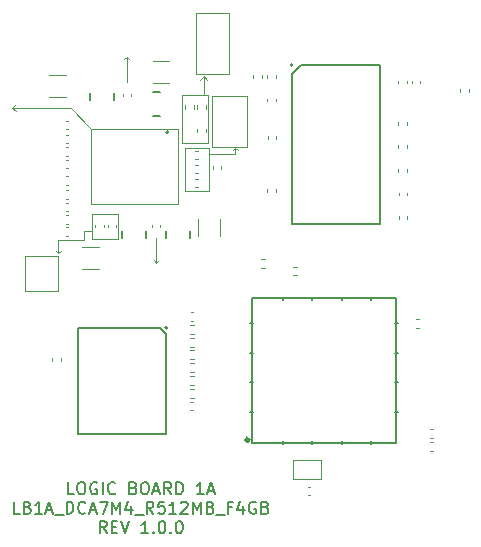
<source format=gbr>
%TF.GenerationSoftware,KiCad,Pcbnew,5.1.10-88a1d61d58~88~ubuntu20.04.1*%
%TF.CreationDate,2021-06-10T18:40:27+05:30*%
%TF.ProjectId,LB1A_DCA7M4_R512MB_F4GB,4c423141-5f44-4434-9137-4d345f523531,1.0.0*%
%TF.SameCoordinates,Original*%
%TF.FileFunction,Legend,Top*%
%TF.FilePolarity,Positive*%
%FSLAX46Y46*%
G04 Gerber Fmt 4.6, Leading zero omitted, Abs format (unit mm)*
G04 Created by KiCad (PCBNEW 5.1.10-88a1d61d58~88~ubuntu20.04.1) date 2021-06-10 18:40:27*
%MOMM*%
%LPD*%
G01*
G04 APERTURE LIST*
%ADD10C,0.127000*%
%ADD11C,0.304800*%
%ADD12C,0.120000*%
%ADD13C,0.152400*%
%ADD14C,0.200000*%
G04 APERTURE END LIST*
D10*
X126039428Y-112108619D02*
X125555619Y-112108619D01*
X125555619Y-111092619D01*
X126571619Y-111092619D02*
X126765142Y-111092619D01*
X126861904Y-111141000D01*
X126958666Y-111237761D01*
X127007047Y-111431285D01*
X127007047Y-111769952D01*
X126958666Y-111963476D01*
X126861904Y-112060238D01*
X126765142Y-112108619D01*
X126571619Y-112108619D01*
X126474857Y-112060238D01*
X126378095Y-111963476D01*
X126329714Y-111769952D01*
X126329714Y-111431285D01*
X126378095Y-111237761D01*
X126474857Y-111141000D01*
X126571619Y-111092619D01*
X127974666Y-111141000D02*
X127877904Y-111092619D01*
X127732761Y-111092619D01*
X127587619Y-111141000D01*
X127490857Y-111237761D01*
X127442476Y-111334523D01*
X127394095Y-111528047D01*
X127394095Y-111673190D01*
X127442476Y-111866714D01*
X127490857Y-111963476D01*
X127587619Y-112060238D01*
X127732761Y-112108619D01*
X127829523Y-112108619D01*
X127974666Y-112060238D01*
X128023047Y-112011857D01*
X128023047Y-111673190D01*
X127829523Y-111673190D01*
X128458476Y-112108619D02*
X128458476Y-111092619D01*
X129522857Y-112011857D02*
X129474476Y-112060238D01*
X129329333Y-112108619D01*
X129232571Y-112108619D01*
X129087428Y-112060238D01*
X128990666Y-111963476D01*
X128942285Y-111866714D01*
X128893904Y-111673190D01*
X128893904Y-111528047D01*
X128942285Y-111334523D01*
X128990666Y-111237761D01*
X129087428Y-111141000D01*
X129232571Y-111092619D01*
X129329333Y-111092619D01*
X129474476Y-111141000D01*
X129522857Y-111189380D01*
X131071047Y-111576428D02*
X131216190Y-111624809D01*
X131264571Y-111673190D01*
X131312952Y-111769952D01*
X131312952Y-111915095D01*
X131264571Y-112011857D01*
X131216190Y-112060238D01*
X131119428Y-112108619D01*
X130732380Y-112108619D01*
X130732380Y-111092619D01*
X131071047Y-111092619D01*
X131167809Y-111141000D01*
X131216190Y-111189380D01*
X131264571Y-111286142D01*
X131264571Y-111382904D01*
X131216190Y-111479666D01*
X131167809Y-111528047D01*
X131071047Y-111576428D01*
X130732380Y-111576428D01*
X131941904Y-111092619D02*
X132135428Y-111092619D01*
X132232190Y-111141000D01*
X132328952Y-111237761D01*
X132377333Y-111431285D01*
X132377333Y-111769952D01*
X132328952Y-111963476D01*
X132232190Y-112060238D01*
X132135428Y-112108619D01*
X131941904Y-112108619D01*
X131845142Y-112060238D01*
X131748380Y-111963476D01*
X131700000Y-111769952D01*
X131700000Y-111431285D01*
X131748380Y-111237761D01*
X131845142Y-111141000D01*
X131941904Y-111092619D01*
X132764380Y-111818333D02*
X133248190Y-111818333D01*
X132667619Y-112108619D02*
X133006285Y-111092619D01*
X133344952Y-112108619D01*
X134264190Y-112108619D02*
X133925523Y-111624809D01*
X133683619Y-112108619D02*
X133683619Y-111092619D01*
X134070666Y-111092619D01*
X134167428Y-111141000D01*
X134215809Y-111189380D01*
X134264190Y-111286142D01*
X134264190Y-111431285D01*
X134215809Y-111528047D01*
X134167428Y-111576428D01*
X134070666Y-111624809D01*
X133683619Y-111624809D01*
X134699619Y-112108619D02*
X134699619Y-111092619D01*
X134941523Y-111092619D01*
X135086666Y-111141000D01*
X135183428Y-111237761D01*
X135231809Y-111334523D01*
X135280190Y-111528047D01*
X135280190Y-111673190D01*
X135231809Y-111866714D01*
X135183428Y-111963476D01*
X135086666Y-112060238D01*
X134941523Y-112108619D01*
X134699619Y-112108619D01*
X137021904Y-112108619D02*
X136441333Y-112108619D01*
X136731619Y-112108619D02*
X136731619Y-111092619D01*
X136634857Y-111237761D01*
X136538095Y-111334523D01*
X136441333Y-111382904D01*
X137408952Y-111818333D02*
X137892761Y-111818333D01*
X137312190Y-112108619D02*
X137650857Y-111092619D01*
X137989523Y-112108619D01*
X121443238Y-113759619D02*
X120959428Y-113759619D01*
X120959428Y-112743619D01*
X122120571Y-113227428D02*
X122265714Y-113275809D01*
X122314095Y-113324190D01*
X122362476Y-113420952D01*
X122362476Y-113566095D01*
X122314095Y-113662857D01*
X122265714Y-113711238D01*
X122168952Y-113759619D01*
X121781904Y-113759619D01*
X121781904Y-112743619D01*
X122120571Y-112743619D01*
X122217333Y-112792000D01*
X122265714Y-112840380D01*
X122314095Y-112937142D01*
X122314095Y-113033904D01*
X122265714Y-113130666D01*
X122217333Y-113179047D01*
X122120571Y-113227428D01*
X121781904Y-113227428D01*
X123330095Y-113759619D02*
X122749523Y-113759619D01*
X123039809Y-113759619D02*
X123039809Y-112743619D01*
X122943047Y-112888761D01*
X122846285Y-112985523D01*
X122749523Y-113033904D01*
X123717142Y-113469333D02*
X124200952Y-113469333D01*
X123620380Y-113759619D02*
X123959047Y-112743619D01*
X124297714Y-113759619D01*
X124394476Y-113856380D02*
X125168571Y-113856380D01*
X125410476Y-113759619D02*
X125410476Y-112743619D01*
X125652380Y-112743619D01*
X125797523Y-112792000D01*
X125894285Y-112888761D01*
X125942666Y-112985523D01*
X125991047Y-113179047D01*
X125991047Y-113324190D01*
X125942666Y-113517714D01*
X125894285Y-113614476D01*
X125797523Y-113711238D01*
X125652380Y-113759619D01*
X125410476Y-113759619D01*
X127007047Y-113662857D02*
X126958666Y-113711238D01*
X126813523Y-113759619D01*
X126716761Y-113759619D01*
X126571619Y-113711238D01*
X126474857Y-113614476D01*
X126426476Y-113517714D01*
X126378095Y-113324190D01*
X126378095Y-113179047D01*
X126426476Y-112985523D01*
X126474857Y-112888761D01*
X126571619Y-112792000D01*
X126716761Y-112743619D01*
X126813523Y-112743619D01*
X126958666Y-112792000D01*
X127007047Y-112840380D01*
X127394095Y-113469333D02*
X127877904Y-113469333D01*
X127297333Y-113759619D02*
X127636000Y-112743619D01*
X127974666Y-113759619D01*
X128216571Y-112743619D02*
X128893904Y-112743619D01*
X128458476Y-113759619D01*
X129280952Y-113759619D02*
X129280952Y-112743619D01*
X129619619Y-113469333D01*
X129958285Y-112743619D01*
X129958285Y-113759619D01*
X130877523Y-113082285D02*
X130877523Y-113759619D01*
X130635619Y-112695238D02*
X130393714Y-113420952D01*
X131022666Y-113420952D01*
X131167809Y-113856380D02*
X131941904Y-113856380D01*
X132764380Y-113759619D02*
X132425714Y-113275809D01*
X132183809Y-113759619D02*
X132183809Y-112743619D01*
X132570857Y-112743619D01*
X132667619Y-112792000D01*
X132716000Y-112840380D01*
X132764380Y-112937142D01*
X132764380Y-113082285D01*
X132716000Y-113179047D01*
X132667619Y-113227428D01*
X132570857Y-113275809D01*
X132183809Y-113275809D01*
X133683619Y-112743619D02*
X133199809Y-112743619D01*
X133151428Y-113227428D01*
X133199809Y-113179047D01*
X133296571Y-113130666D01*
X133538476Y-113130666D01*
X133635238Y-113179047D01*
X133683619Y-113227428D01*
X133732000Y-113324190D01*
X133732000Y-113566095D01*
X133683619Y-113662857D01*
X133635238Y-113711238D01*
X133538476Y-113759619D01*
X133296571Y-113759619D01*
X133199809Y-113711238D01*
X133151428Y-113662857D01*
X134699619Y-113759619D02*
X134119047Y-113759619D01*
X134409333Y-113759619D02*
X134409333Y-112743619D01*
X134312571Y-112888761D01*
X134215809Y-112985523D01*
X134119047Y-113033904D01*
X135086666Y-112840380D02*
X135135047Y-112792000D01*
X135231809Y-112743619D01*
X135473714Y-112743619D01*
X135570476Y-112792000D01*
X135618857Y-112840380D01*
X135667238Y-112937142D01*
X135667238Y-113033904D01*
X135618857Y-113179047D01*
X135038285Y-113759619D01*
X135667238Y-113759619D01*
X136102666Y-113759619D02*
X136102666Y-112743619D01*
X136441333Y-113469333D01*
X136780000Y-112743619D01*
X136780000Y-113759619D01*
X137602476Y-113227428D02*
X137747619Y-113275809D01*
X137796000Y-113324190D01*
X137844380Y-113420952D01*
X137844380Y-113566095D01*
X137796000Y-113662857D01*
X137747619Y-113711238D01*
X137650857Y-113759619D01*
X137263809Y-113759619D01*
X137263809Y-112743619D01*
X137602476Y-112743619D01*
X137699238Y-112792000D01*
X137747619Y-112840380D01*
X137796000Y-112937142D01*
X137796000Y-113033904D01*
X137747619Y-113130666D01*
X137699238Y-113179047D01*
X137602476Y-113227428D01*
X137263809Y-113227428D01*
X138037904Y-113856380D02*
X138812000Y-113856380D01*
X139392571Y-113227428D02*
X139053904Y-113227428D01*
X139053904Y-113759619D02*
X139053904Y-112743619D01*
X139537714Y-112743619D01*
X140360190Y-113082285D02*
X140360190Y-113759619D01*
X140118285Y-112695238D02*
X139876380Y-113420952D01*
X140505333Y-113420952D01*
X141424571Y-112792000D02*
X141327809Y-112743619D01*
X141182666Y-112743619D01*
X141037523Y-112792000D01*
X140940761Y-112888761D01*
X140892380Y-112985523D01*
X140844000Y-113179047D01*
X140844000Y-113324190D01*
X140892380Y-113517714D01*
X140940761Y-113614476D01*
X141037523Y-113711238D01*
X141182666Y-113759619D01*
X141279428Y-113759619D01*
X141424571Y-113711238D01*
X141472952Y-113662857D01*
X141472952Y-113324190D01*
X141279428Y-113324190D01*
X142247047Y-113227428D02*
X142392190Y-113275809D01*
X142440571Y-113324190D01*
X142488952Y-113420952D01*
X142488952Y-113566095D01*
X142440571Y-113662857D01*
X142392190Y-113711238D01*
X142295428Y-113759619D01*
X141908380Y-113759619D01*
X141908380Y-112743619D01*
X142247047Y-112743619D01*
X142343809Y-112792000D01*
X142392190Y-112840380D01*
X142440571Y-112937142D01*
X142440571Y-113033904D01*
X142392190Y-113130666D01*
X142343809Y-113179047D01*
X142247047Y-113227428D01*
X141908380Y-113227428D01*
X128797142Y-115410619D02*
X128458476Y-114926809D01*
X128216571Y-115410619D02*
X128216571Y-114394619D01*
X128603619Y-114394619D01*
X128700380Y-114443000D01*
X128748761Y-114491380D01*
X128797142Y-114588142D01*
X128797142Y-114733285D01*
X128748761Y-114830047D01*
X128700380Y-114878428D01*
X128603619Y-114926809D01*
X128216571Y-114926809D01*
X129232571Y-114878428D02*
X129571238Y-114878428D01*
X129716380Y-115410619D02*
X129232571Y-115410619D01*
X129232571Y-114394619D01*
X129716380Y-114394619D01*
X130006666Y-114394619D02*
X130345333Y-115410619D01*
X130684000Y-114394619D01*
X132328952Y-115410619D02*
X131748380Y-115410619D01*
X132038666Y-115410619D02*
X132038666Y-114394619D01*
X131941904Y-114539761D01*
X131845142Y-114636523D01*
X131748380Y-114684904D01*
X132764380Y-115313857D02*
X132812761Y-115362238D01*
X132764380Y-115410619D01*
X132716000Y-115362238D01*
X132764380Y-115313857D01*
X132764380Y-115410619D01*
X133441714Y-114394619D02*
X133538476Y-114394619D01*
X133635238Y-114443000D01*
X133683619Y-114491380D01*
X133732000Y-114588142D01*
X133780380Y-114781666D01*
X133780380Y-115023571D01*
X133732000Y-115217095D01*
X133683619Y-115313857D01*
X133635238Y-115362238D01*
X133538476Y-115410619D01*
X133441714Y-115410619D01*
X133344952Y-115362238D01*
X133296571Y-115313857D01*
X133248190Y-115217095D01*
X133199809Y-115023571D01*
X133199809Y-114781666D01*
X133248190Y-114588142D01*
X133296571Y-114491380D01*
X133344952Y-114443000D01*
X133441714Y-114394619D01*
X134215809Y-115313857D02*
X134264190Y-115362238D01*
X134215809Y-115410619D01*
X134167428Y-115362238D01*
X134215809Y-115313857D01*
X134215809Y-115410619D01*
X134893142Y-114394619D02*
X134989904Y-114394619D01*
X135086666Y-114443000D01*
X135135047Y-114491380D01*
X135183428Y-114588142D01*
X135231809Y-114781666D01*
X135231809Y-115023571D01*
X135183428Y-115217095D01*
X135135047Y-115313857D01*
X135086666Y-115362238D01*
X134989904Y-115410619D01*
X134893142Y-115410619D01*
X134796380Y-115362238D01*
X134748000Y-115313857D01*
X134699619Y-115217095D01*
X134651238Y-115023571D01*
X134651238Y-114781666D01*
X134699619Y-114588142D01*
X134748000Y-114491380D01*
X134796380Y-114443000D01*
X134893142Y-114394619D01*
D11*
X140841421Y-107500000D02*
G75*
G03*
X140841421Y-107500000I-141421J0D01*
G01*
D12*
X133000000Y-92500000D02*
X133200000Y-92300000D01*
X133000000Y-92500000D02*
X132800000Y-92300000D01*
X133000000Y-90400000D02*
X133000000Y-92500000D01*
X130500000Y-75100000D02*
X130700000Y-75300000D01*
X130500000Y-75100000D02*
X130300000Y-75300000D01*
X130500000Y-77200000D02*
X130500000Y-75100000D01*
X134800000Y-87500000D02*
X127500000Y-87500000D01*
X134800000Y-81200000D02*
X134800000Y-87500000D01*
X127500000Y-81200000D02*
X134800000Y-81200000D01*
X127500000Y-87500000D02*
X127500000Y-81200000D01*
X120800000Y-79400000D02*
X121100000Y-79700000D01*
X120800000Y-79400000D02*
X121100000Y-79100000D01*
X125800000Y-79400000D02*
X120800000Y-79400000D01*
X127400000Y-81100000D02*
X125800000Y-79400000D01*
X124700000Y-91700000D02*
X124900000Y-91500000D01*
X124700000Y-91700000D02*
X124500000Y-91500000D01*
X124700000Y-90600000D02*
X124700000Y-91700000D01*
X125200000Y-90600000D02*
X124700000Y-90600000D01*
X126900000Y-90600000D02*
X125200000Y-90600000D01*
X126900000Y-89800000D02*
X126900000Y-90600000D01*
X127600000Y-89800000D02*
X126900000Y-89800000D01*
X127600000Y-90500000D02*
X127600000Y-88400000D01*
X129800000Y-90500000D02*
X127600000Y-90500000D01*
X129800000Y-88400000D02*
X129800000Y-90500000D01*
X127600000Y-88400000D02*
X129800000Y-88400000D01*
X121900000Y-91900000D02*
X122000000Y-91900000D01*
X121900000Y-94900000D02*
X121900000Y-91900000D01*
X124700000Y-94900000D02*
X121900000Y-94900000D01*
X124700000Y-91900000D02*
X124700000Y-94900000D01*
X122000000Y-91900000D02*
X124700000Y-91900000D01*
X139700000Y-82800000D02*
X139900000Y-83000000D01*
X139500000Y-83000000D02*
X139700000Y-82800000D01*
X139700000Y-82800000D02*
X139500000Y-83000000D01*
X139700000Y-83300000D02*
X139700000Y-82800000D01*
X137500000Y-83300000D02*
X139700000Y-83300000D01*
X137700000Y-78400000D02*
X137700000Y-78500000D01*
X140700000Y-78400000D02*
X137700000Y-78400000D01*
X140700000Y-80400000D02*
X140700000Y-78400000D01*
X140700000Y-82700000D02*
X140700000Y-80400000D01*
X137700000Y-82700000D02*
X140700000Y-82700000D01*
X137700000Y-78500000D02*
X137700000Y-82700000D01*
X137500000Y-86400000D02*
X137500000Y-82800000D01*
X137400000Y-86400000D02*
X137500000Y-86400000D01*
X137400000Y-82800000D02*
X137500000Y-82800000D01*
X135400000Y-86400000D02*
X135400000Y-86300000D01*
X137400000Y-86400000D02*
X135400000Y-86400000D01*
X135400000Y-82800000D02*
X137400000Y-82800000D01*
X135400000Y-82900000D02*
X135400000Y-82800000D01*
X135400000Y-86300000D02*
X135400000Y-82900000D01*
X137000000Y-76700000D02*
X137300000Y-77000000D01*
X136700000Y-77000000D02*
X137000000Y-76700000D01*
X137000000Y-76700000D02*
X136700000Y-77000000D01*
X137000000Y-78200000D02*
X137000000Y-76700000D01*
X136400000Y-76500000D02*
X137300000Y-76500000D01*
X136400000Y-76400000D02*
X136400000Y-76500000D01*
X136400000Y-76200000D02*
X136400000Y-76400000D01*
X136400000Y-71400000D02*
X136400000Y-76200000D01*
X139200000Y-71400000D02*
X136400000Y-71400000D01*
X139200000Y-76500000D02*
X139200000Y-71400000D01*
X137300000Y-76500000D02*
X139200000Y-76500000D01*
X137400000Y-82400000D02*
X137400000Y-80300000D01*
X137300000Y-82400000D02*
X137400000Y-82400000D01*
X135200000Y-82400000D02*
X137300000Y-82400000D01*
X135200000Y-80300000D02*
X135200000Y-82400000D01*
X135200000Y-80300000D02*
X135200000Y-78300000D01*
X137400000Y-78300000D02*
X137400000Y-80300000D01*
X135200000Y-78300000D02*
X137400000Y-78300000D01*
D13*
%TO.C,U1*%
X143709880Y-107634400D02*
X143709880Y-107888400D01*
X143709880Y-95645600D02*
X143709880Y-95391600D01*
X146210002Y-107634400D02*
X146210002Y-107888400D01*
X146210002Y-95645600D02*
X146210002Y-95391600D01*
X148710124Y-107634400D02*
X148710124Y-107888400D01*
X148710124Y-95645600D02*
X148710124Y-95391600D01*
X151209992Y-107634400D02*
X151209992Y-107888400D01*
X151209992Y-95645600D02*
X151209992Y-95391600D01*
X141215600Y-105140120D02*
X140961600Y-105140120D01*
X153204400Y-105140120D02*
X153458400Y-105140120D01*
X141215600Y-102639998D02*
X140961600Y-102639998D01*
X153204400Y-102639998D02*
X153458400Y-102639998D01*
X141215600Y-100139876D02*
X140961600Y-100139876D01*
X153204400Y-100139876D02*
X153458400Y-100139876D01*
X141215600Y-97640008D02*
X140961600Y-97640008D01*
X153204400Y-97640008D02*
X153458400Y-97640008D01*
X153331400Y-107761400D02*
X153331400Y-95518600D01*
X153331400Y-95518600D02*
X141088600Y-95518600D01*
X141088600Y-95518600D02*
X141088600Y-107761400D01*
X141088600Y-107761400D02*
X153331400Y-107761400D01*
X141088600Y-107761400D02*
X153331400Y-107761400D01*
X141088600Y-95518600D02*
X141088600Y-107761400D01*
X153331400Y-95518600D02*
X141088600Y-95518600D01*
X153331400Y-107761400D02*
X153331400Y-95518600D01*
X153204400Y-97640008D02*
X153458400Y-97640008D01*
X141215600Y-97640008D02*
X140961600Y-97640008D01*
X153204400Y-100139876D02*
X153458400Y-100139876D01*
X141215600Y-100139876D02*
X140961600Y-100139876D01*
X153204400Y-102639998D02*
X153458400Y-102639998D01*
X141215600Y-102639998D02*
X140961600Y-102639998D01*
X153204400Y-105140120D02*
X153458400Y-105140120D01*
X141215600Y-105140120D02*
X140961600Y-105140120D01*
X151209992Y-95645600D02*
X151209992Y-95391600D01*
X151209992Y-107634400D02*
X151209992Y-107888400D01*
X148710124Y-95645600D02*
X148710124Y-95391600D01*
X148710124Y-107634400D02*
X148710124Y-107888400D01*
X146210002Y-95645600D02*
X146210002Y-95391600D01*
X146210002Y-107634400D02*
X146210002Y-107888400D01*
X143709880Y-95645600D02*
X143709880Y-95391600D01*
X143709880Y-107634400D02*
X143709880Y-107888400D01*
D14*
%TO.C,U2*%
X144575000Y-75770000D02*
G75*
G03*
X144575000Y-75770000I-100000J0D01*
G01*
X144475000Y-76520000D02*
X145225000Y-75770000D01*
X144475000Y-89270000D02*
X144475000Y-76520000D01*
X151985000Y-89270000D02*
X144475000Y-89270000D01*
X151985000Y-75770000D02*
X151985000Y-89270000D01*
X145225000Y-75770000D02*
X151985000Y-75770000D01*
D12*
%TO.C,R6*%
X156156359Y-107350000D02*
X156463641Y-107350000D01*
X156156359Y-106590000D02*
X156463641Y-106590000D01*
%TO.C,C77*%
X145812164Y-111490000D02*
X146027836Y-111490000D01*
X145812164Y-112210000D02*
X146027836Y-112210000D01*
%TO.C,X1*%
X144540000Y-109240000D02*
X144640000Y-109240000D01*
X144540000Y-110840000D02*
X144540000Y-109240000D01*
X146940000Y-110840000D02*
X144540000Y-110840000D01*
X146940000Y-109240000D02*
X146940000Y-110840000D01*
X144540000Y-109240000D02*
X146940000Y-109240000D01*
D14*
%TO.C,U4*%
X134030000Y-81455000D02*
G75*
G03*
X134030000Y-81455000I-100000J0D01*
G01*
%TO.C,U3*%
X133940000Y-98020000D02*
G75*
G03*
X133940000Y-98020000I-100000J0D01*
G01*
X133340000Y-98020000D02*
X133840000Y-98520000D01*
X126340000Y-98020000D02*
X133340000Y-98020000D01*
X126340000Y-107020000D02*
X126340000Y-98020000D01*
X133840000Y-107020000D02*
X126340000Y-107020000D01*
X133840000Y-98520000D02*
X133840000Y-107020000D01*
D12*
%TO.C,R46*%
X136460000Y-81146359D02*
X136460000Y-81453641D01*
X137220000Y-81146359D02*
X137220000Y-81453641D01*
%TO.C,R43*%
X136153641Y-103180000D02*
X135846359Y-103180000D01*
X136153641Y-103940000D02*
X135846359Y-103940000D01*
%TO.C,R40*%
X136173641Y-98860000D02*
X135866359Y-98860000D01*
X136173641Y-99620000D02*
X135866359Y-99620000D01*
%TO.C,R39*%
X136173641Y-97770000D02*
X135866359Y-97770000D01*
X136173641Y-98530000D02*
X135866359Y-98530000D01*
%TO.C,R38*%
X136163641Y-102110000D02*
X135856359Y-102110000D01*
X136163641Y-102870000D02*
X135856359Y-102870000D01*
%TO.C,R37*%
X136163641Y-101020000D02*
X135856359Y-101020000D01*
X136163641Y-101780000D02*
X135856359Y-101780000D01*
%TO.C,R36*%
X136173641Y-99940000D02*
X135866359Y-99940000D01*
X136173641Y-100700000D02*
X135866359Y-100700000D01*
%TO.C,R34*%
X154230000Y-82823641D02*
X154230000Y-82516359D01*
X153470000Y-82823641D02*
X153470000Y-82516359D01*
%TO.C,R27*%
X142173641Y-92230000D02*
X141866359Y-92230000D01*
X142173641Y-92990000D02*
X141866359Y-92990000D01*
%TO.C,R5*%
X136475000Y-79161359D02*
X136475000Y-79468641D01*
X137235000Y-79161359D02*
X137235000Y-79468641D01*
%TO.C,R4*%
X135400000Y-79161359D02*
X135400000Y-79468641D01*
X136160000Y-79161359D02*
X136160000Y-79468641D01*
%TO.C,R3*%
X156156359Y-108420000D02*
X156463641Y-108420000D01*
X156156359Y-107660000D02*
X156463641Y-107660000D01*
%TO.C,R1*%
X144923641Y-92830000D02*
X144616359Y-92830000D01*
X144923641Y-93590000D02*
X144616359Y-93590000D01*
D10*
%TO.C,L4*%
X130105000Y-89850000D02*
X130105000Y-90410000D01*
X132105000Y-89850000D02*
X132105000Y-90410000D01*
%TO.C,L3*%
X133830000Y-89850000D02*
X133830000Y-90410000D01*
X135830000Y-89850000D02*
X135830000Y-90410000D01*
%TO.C,L2*%
X129380000Y-78735000D02*
X129380000Y-78175000D01*
X127380000Y-78735000D02*
X127380000Y-78175000D01*
%TO.C,L1*%
X132750000Y-80055000D02*
X133310000Y-80055000D01*
X132750000Y-78055000D02*
X133310000Y-78055000D01*
D12*
%TO.C,C62*%
X136302164Y-83765000D02*
X136517836Y-83765000D01*
X136302164Y-83045000D02*
X136517836Y-83045000D01*
%TO.C,C61*%
X125532836Y-88470000D02*
X125317164Y-88470000D01*
X125532836Y-89190000D02*
X125317164Y-89190000D01*
%TO.C,C60*%
X125532836Y-87420000D02*
X125317164Y-87420000D01*
X125532836Y-88140000D02*
X125317164Y-88140000D01*
%TO.C,C59*%
X136302164Y-84940000D02*
X136517836Y-84940000D01*
X136302164Y-84220000D02*
X136517836Y-84220000D01*
%TO.C,C58*%
X125542836Y-82745000D02*
X125327164Y-82745000D01*
X125542836Y-83465000D02*
X125327164Y-83465000D01*
%TO.C,C57*%
X125532836Y-85170000D02*
X125317164Y-85170000D01*
X125532836Y-85890000D02*
X125317164Y-85890000D01*
%TO.C,C56*%
X127845000Y-89302164D02*
X127845000Y-89517836D01*
X128565000Y-89302164D02*
X128565000Y-89517836D01*
%TO.C,C55*%
X125542836Y-83770000D02*
X125327164Y-83770000D01*
X125542836Y-84490000D02*
X125327164Y-84490000D01*
%TO.C,C54*%
X125542836Y-81670000D02*
X125327164Y-81670000D01*
X125542836Y-82390000D02*
X125327164Y-82390000D01*
%TO.C,C53*%
X132620000Y-89302164D02*
X132620000Y-89517836D01*
X133340000Y-89302164D02*
X133340000Y-89517836D01*
%TO.C,C52*%
X128895000Y-89302164D02*
X128895000Y-89517836D01*
X129615000Y-89302164D02*
X129615000Y-89517836D01*
%TO.C,C51*%
X136302164Y-86140000D02*
X136517836Y-86140000D01*
X136302164Y-85420000D02*
X136517836Y-85420000D01*
%TO.C,C50*%
X128116252Y-91195000D02*
X126693748Y-91195000D01*
X128116252Y-93015000D02*
X126693748Y-93015000D01*
%TO.C,C49*%
X138365000Y-90216252D02*
X138365000Y-88793748D01*
X136545000Y-90216252D02*
X136545000Y-88793748D01*
%TO.C,C48*%
X125366252Y-76620000D02*
X123943748Y-76620000D01*
X125366252Y-78440000D02*
X123943748Y-78440000D01*
%TO.C,C47*%
X134116252Y-75470000D02*
X132693748Y-75470000D01*
X134116252Y-77290000D02*
X132693748Y-77290000D01*
%TO.C,C46*%
X125532836Y-89520000D02*
X125317164Y-89520000D01*
X125532836Y-90240000D02*
X125317164Y-90240000D01*
%TO.C,C45*%
X125532836Y-86370000D02*
X125317164Y-86370000D01*
X125532836Y-87090000D02*
X125317164Y-87090000D01*
%TO.C,C44*%
X125542836Y-80470000D02*
X125327164Y-80470000D01*
X125542836Y-81190000D02*
X125327164Y-81190000D01*
%TO.C,C43*%
X130890000Y-78412836D02*
X130890000Y-78197164D01*
X130170000Y-78412836D02*
X130170000Y-78197164D01*
%TO.C,C41*%
X124200000Y-100602164D02*
X124200000Y-100817836D01*
X124920000Y-100602164D02*
X124920000Y-100817836D01*
%TO.C,C40*%
X136097836Y-104260000D02*
X135882164Y-104260000D01*
X136097836Y-104980000D02*
X135882164Y-104980000D01*
%TO.C,C39*%
X136127836Y-96720000D02*
X135912164Y-96720000D01*
X136127836Y-97440000D02*
X135912164Y-97440000D01*
%TO.C,C37*%
X143150000Y-82007836D02*
X143150000Y-81792164D01*
X142430000Y-82007836D02*
X142430000Y-81792164D01*
%TO.C,C36*%
X154220000Y-84807836D02*
X154220000Y-84592164D01*
X153500000Y-84807836D02*
X153500000Y-84592164D01*
%TO.C,C35*%
X142390000Y-76622164D02*
X142390000Y-76837836D01*
X143110000Y-76622164D02*
X143110000Y-76837836D01*
%TO.C,C34*%
X155360000Y-77297836D02*
X155360000Y-77082164D01*
X154640000Y-77297836D02*
X154640000Y-77082164D01*
%TO.C,C31*%
X159460000Y-78057836D02*
X159460000Y-77842164D01*
X158740000Y-78057836D02*
X158740000Y-77842164D01*
%TO.C,C30*%
X137800000Y-84352164D02*
X137800000Y-84567836D01*
X138520000Y-84352164D02*
X138520000Y-84567836D01*
%TO.C,C29*%
X143110000Y-86507836D02*
X143110000Y-86292164D01*
X142390000Y-86507836D02*
X142390000Y-86292164D01*
%TO.C,C28*%
X142390000Y-78622164D02*
X142390000Y-78837836D01*
X143110000Y-78622164D02*
X143110000Y-78837836D01*
%TO.C,C27*%
X141230000Y-76652164D02*
X141230000Y-76867836D01*
X141950000Y-76652164D02*
X141950000Y-76867836D01*
%TO.C,C26*%
X154210000Y-77297836D02*
X154210000Y-77082164D01*
X153490000Y-77297836D02*
X153490000Y-77082164D01*
%TO.C,C25*%
X154210000Y-80827836D02*
X154210000Y-80612164D01*
X153490000Y-80827836D02*
X153490000Y-80612164D01*
%TO.C,C24*%
X153510000Y-86572164D02*
X153510000Y-86787836D01*
X154230000Y-86572164D02*
X154230000Y-86787836D01*
%TO.C,C23*%
X153510000Y-88562164D02*
X153510000Y-88777836D01*
X154230000Y-88562164D02*
X154230000Y-88777836D01*
%TO.C,C8*%
X155032164Y-98020000D02*
X155247836Y-98020000D01*
X155032164Y-97300000D02*
X155247836Y-97300000D01*
%TD*%
M02*

</source>
